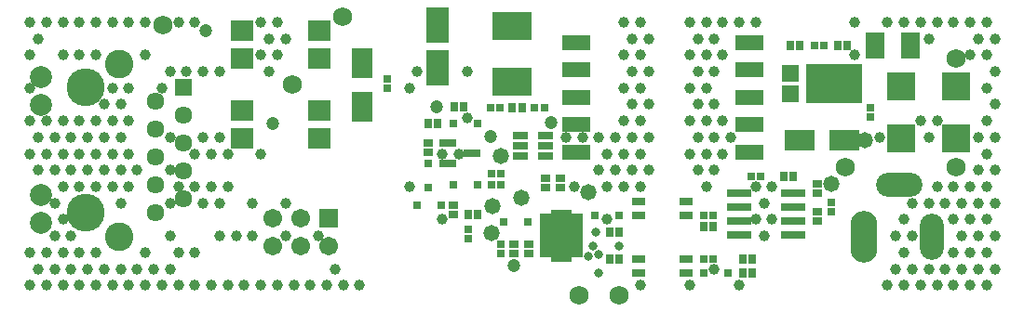
<source format=gts>
G04*
G04 #@! TF.GenerationSoftware,Altium Limited,Altium Designer,19.0.11 (319)*
G04*
G04 Layer_Color=8388736*
%FSLAX44Y44*%
%MOMM*%
G71*
G01*
G75*
%ADD38R,1.9032X2.7032*%
%ADD39R,2.1844X0.7366*%
%ADD40R,3.6322X2.6212*%
%ADD41R,2.0532X3.2032*%
%ADD42R,0.7632X0.8432*%
%ADD43R,0.8032X0.8032*%
%ADD44R,1.4224X0.7112*%
%ADD45R,0.7432X0.8032*%
%ADD46R,2.0032X1.8532*%
%ADD47R,0.8032X0.8032*%
%ADD48R,1.2532X0.6532*%
%ADD49R,0.8432X0.7632*%
%ADD50R,1.5240X0.7620*%
%ADD51R,1.0080X0.5032*%
%ADD52R,1.9532X4.7032*%
%ADD53R,0.8032X0.7432*%
%ADD54R,1.7032X2.4032*%
%ADD55R,2.5032X2.6532*%
%ADD56R,2.7032X1.9032*%
%ADD57R,2.6032X1.4232*%
%ADD58R,1.6032X1.5932*%
%ADD59R,5.0632X3.5632*%
%ADD60R,1.6112X1.6112*%
%ADD61C,1.6112*%
%ADD62C,2.6032*%
%ADD63C,3.4532*%
%ADD64C,2.0032*%
%ADD65C,1.7272*%
%ADD66R,1.7032X1.7032*%
%ADD67C,1.7032*%
%ADD68O,2.2032X4.2032*%
%ADD69O,4.2032X2.2032*%
%ADD70O,2.4532X4.7032*%
%ADD71C,1.0032*%
%ADD72C,1.2032*%
%ADD73C,0.8032*%
%ADD74C,1.4732*%
D38*
X767400Y892854D02*
D03*
Y852854D02*
D03*
D39*
X1159068Y773850D02*
D03*
Y761150D02*
D03*
Y748450D02*
D03*
Y735750D02*
D03*
X1109792D02*
D03*
Y748450D02*
D03*
Y761150D02*
D03*
Y773850D02*
D03*
D40*
X903512Y926790D02*
D03*
Y875990D02*
D03*
D41*
X835790Y888528D02*
D03*
Y927028D02*
D03*
D42*
Y837750D02*
D03*
X827090D02*
D03*
X912392Y851630D02*
D03*
X903692D02*
D03*
X872380Y754680D02*
D03*
X863680D02*
D03*
X1001080Y714160D02*
D03*
X992380D02*
D03*
X1001080Y738290D02*
D03*
X992380D02*
D03*
X1122270Y701460D02*
D03*
X1113570D02*
D03*
X1122270Y714160D02*
D03*
X1113570D02*
D03*
X1086200Y743370D02*
D03*
X1077500D02*
D03*
X1150400Y789090D02*
D03*
X1159100D02*
D03*
X1156750Y908470D02*
D03*
X1165450D02*
D03*
X850680Y852590D02*
D03*
X859380D02*
D03*
X1208630Y908470D02*
D03*
X1199930D02*
D03*
D43*
X827090Y801282D02*
D03*
Y779282D02*
D03*
D44*
X933770Y826428D02*
D03*
Y817030D02*
D03*
Y807632D02*
D03*
X910910Y826428D02*
D03*
Y817030D02*
D03*
Y807632D02*
D03*
D45*
X892582Y851630D02*
D03*
X883942D02*
D03*
X932712D02*
D03*
X924072D02*
D03*
X893640Y791630D02*
D03*
X885000D02*
D03*
Y781470D02*
D03*
X893640D02*
D03*
X1086140Y714160D02*
D03*
X1077500D02*
D03*
Y753530D02*
D03*
X1086140D02*
D03*
X1121220Y789090D02*
D03*
X1129860D02*
D03*
X1178370Y908470D02*
D03*
X1187010D02*
D03*
D46*
X728180Y922010D02*
D03*
Y897010D02*
D03*
X658180Y922010D02*
D03*
Y897010D02*
D03*
X728030Y824220D02*
D03*
Y849220D02*
D03*
X658030Y824220D02*
D03*
Y849220D02*
D03*
D47*
X839360Y763500D02*
D03*
X817360D02*
D03*
X872380Y837750D02*
D03*
X850380D02*
D03*
X871950Y781470D02*
D03*
X849950D02*
D03*
X918100Y747860D02*
D03*
X896100D02*
D03*
X979080Y753530D02*
D03*
X1001080D02*
D03*
X1077710Y701460D02*
D03*
X1099710D02*
D03*
D48*
X1062150Y714160D02*
D03*
Y701460D02*
D03*
X1018750Y714160D02*
D03*
Y701460D02*
D03*
X1062150Y766230D02*
D03*
Y753530D02*
D03*
X1018750Y766230D02*
D03*
Y753530D02*
D03*
D49*
X827090Y820110D02*
D03*
Y811410D02*
D03*
X918470Y727750D02*
D03*
Y719050D02*
D03*
X904760Y718700D02*
D03*
Y727400D02*
D03*
X849950Y754800D02*
D03*
Y763500D02*
D03*
X933770Y787820D02*
D03*
Y779120D02*
D03*
X947740D02*
D03*
Y787820D02*
D03*
X1181250Y782550D02*
D03*
Y773850D02*
D03*
X1181420Y757340D02*
D03*
Y748640D02*
D03*
D50*
X867222Y810680D02*
D03*
X845378Y820078D02*
D03*
Y801282D02*
D03*
D51*
X933932Y752860D02*
D03*
Y747860D02*
D03*
Y742860D02*
D03*
Y737860D02*
D03*
Y732860D02*
D03*
Y727860D02*
D03*
Y722860D02*
D03*
Y717860D02*
D03*
X962980D02*
D03*
Y722860D02*
D03*
Y727860D02*
D03*
Y732860D02*
D03*
Y737860D02*
D03*
Y742860D02*
D03*
Y747860D02*
D03*
Y752860D02*
D03*
D52*
X948456Y735360D02*
D03*
D53*
X893070Y718700D02*
D03*
Y727340D02*
D03*
X863695Y732700D02*
D03*
Y741340D02*
D03*
X1193950Y757340D02*
D03*
Y765980D02*
D03*
X1229680Y843190D02*
D03*
Y851830D02*
D03*
X790260Y878540D02*
D03*
Y869900D02*
D03*
D54*
X1266000Y908470D02*
D03*
X1234000D02*
D03*
D55*
X1257620Y871260D02*
D03*
Y823760D02*
D03*
X1307150Y871260D02*
D03*
Y823760D02*
D03*
D56*
X1165314Y822259D02*
D03*
X1205314D02*
D03*
D57*
X1119310Y911480D02*
D03*
Y886480D02*
D03*
Y861480D02*
D03*
Y836480D02*
D03*
Y811480D02*
D03*
X961710Y911480D02*
D03*
Y886480D02*
D03*
Y861480D02*
D03*
Y836480D02*
D03*
Y811480D02*
D03*
D58*
X1156670Y883380D02*
D03*
Y864980D02*
D03*
D59*
X1196490Y874180D02*
D03*
D60*
X604840Y870370D02*
D03*
D61*
Y844970D02*
D03*
Y819570D02*
D03*
X579440Y832270D02*
D03*
Y806870D02*
D03*
Y857670D02*
D03*
X604840Y794170D02*
D03*
Y768770D02*
D03*
X579440Y781470D02*
D03*
Y756070D02*
D03*
D62*
X546440Y891770D02*
D03*
Y734670D02*
D03*
D63*
X515940Y870370D02*
D03*
Y756070D02*
D03*
D64*
X475340Y879670D02*
D03*
Y772270D02*
D03*
Y746770D02*
D03*
Y854170D02*
D03*
D65*
X585790Y927520D02*
D03*
X703900Y873467D02*
D03*
X749620Y935140D02*
D03*
X964250Y681140D02*
D03*
X1001080D02*
D03*
X1206820Y797980D02*
D03*
X1307150D02*
D03*
Y897040D02*
D03*
D66*
X736920Y750990D02*
D03*
D67*
Y725590D02*
D03*
X711520Y750990D02*
D03*
Y725590D02*
D03*
X686120Y750990D02*
D03*
Y725590D02*
D03*
D68*
X1285560Y734480D02*
D03*
D69*
X1255560Y781480D02*
D03*
D70*
X1223560Y734480D02*
D03*
D71*
X1335000Y930000D02*
D03*
X1342500Y915000D02*
D03*
X1335000Y900000D02*
D03*
X1342500Y885000D02*
D03*
X1335000Y870000D02*
D03*
X1342500Y855000D02*
D03*
X1335000Y840000D02*
D03*
X1342500Y825000D02*
D03*
X1335000Y810000D02*
D03*
X1342500Y795000D02*
D03*
X1335000Y780000D02*
D03*
X1342500Y765000D02*
D03*
X1335000Y750000D02*
D03*
X1342500Y735000D02*
D03*
X1335000Y720000D02*
D03*
X1342500Y705000D02*
D03*
X1335000Y690000D02*
D03*
X1320000Y930000D02*
D03*
X1327500Y915000D02*
D03*
X1320000Y900000D02*
D03*
X1327500Y825000D02*
D03*
Y795000D02*
D03*
X1320000Y780000D02*
D03*
X1327500Y765000D02*
D03*
X1320000Y750000D02*
D03*
X1327500Y735000D02*
D03*
X1320000Y720000D02*
D03*
X1327500Y705000D02*
D03*
X1320000Y690000D02*
D03*
X1305000Y930000D02*
D03*
Y780000D02*
D03*
X1312500Y765000D02*
D03*
X1305000Y750000D02*
D03*
X1312500Y735000D02*
D03*
X1305000Y720000D02*
D03*
X1312500Y705000D02*
D03*
X1305000Y690000D02*
D03*
X1290000Y930000D02*
D03*
Y840000D02*
D03*
Y780000D02*
D03*
X1297500Y765000D02*
D03*
Y705000D02*
D03*
X1290000Y690000D02*
D03*
X1275000Y930000D02*
D03*
X1282500Y915000D02*
D03*
X1275000Y840000D02*
D03*
X1282500Y825000D02*
D03*
Y765000D02*
D03*
Y705000D02*
D03*
X1275000Y690000D02*
D03*
X1260000Y930000D02*
D03*
X1267500Y765000D02*
D03*
X1260000Y750000D02*
D03*
X1267500Y735000D02*
D03*
X1260000Y720000D02*
D03*
X1267500Y705000D02*
D03*
X1260000Y690000D02*
D03*
X1245000Y930000D02*
D03*
X1252500Y735000D02*
D03*
Y705000D02*
D03*
X1245000Y690000D02*
D03*
X1237500Y825000D02*
D03*
X1215000Y930000D02*
D03*
Y900000D02*
D03*
X1140000Y780000D02*
D03*
Y750000D02*
D03*
X1125000Y930000D02*
D03*
Y780000D02*
D03*
X1132500Y765000D02*
D03*
X1125000Y750000D02*
D03*
X1132500Y735000D02*
D03*
X1110000Y930000D02*
D03*
Y690000D02*
D03*
X1095000Y930000D02*
D03*
Y900000D02*
D03*
Y840000D02*
D03*
X1102500Y825000D02*
D03*
X1095000Y810000D02*
D03*
X1080000Y930000D02*
D03*
X1087500Y915000D02*
D03*
X1080000Y900000D02*
D03*
X1087500Y885000D02*
D03*
X1080000Y870000D02*
D03*
X1087500Y855000D02*
D03*
X1080000Y840000D02*
D03*
X1087500Y825000D02*
D03*
X1080000Y810000D02*
D03*
X1087500Y795000D02*
D03*
X1080000Y780000D02*
D03*
X1087500Y705000D02*
D03*
X1065000Y930000D02*
D03*
X1072500Y915000D02*
D03*
X1065000Y900000D02*
D03*
X1072500Y885000D02*
D03*
X1065000Y870000D02*
D03*
X1072500Y855000D02*
D03*
X1065000Y840000D02*
D03*
X1072500Y825000D02*
D03*
X1065000Y810000D02*
D03*
X1072500Y795000D02*
D03*
X1065000Y690000D02*
D03*
X862500Y842796D02*
D03*
X1020000Y930000D02*
D03*
X1027500Y915000D02*
D03*
X1020000Y900000D02*
D03*
X1027500Y885000D02*
D03*
X1020000Y870000D02*
D03*
X1027500Y855000D02*
D03*
X1020000Y840000D02*
D03*
X1027500Y825000D02*
D03*
X1020000Y810000D02*
D03*
X1027500Y795000D02*
D03*
X1020000Y780000D02*
D03*
Y690000D02*
D03*
X1005000Y930000D02*
D03*
X1012500Y915000D02*
D03*
X1005000Y900000D02*
D03*
X1012500Y885000D02*
D03*
X1005000Y870000D02*
D03*
X1012500Y855000D02*
D03*
X1005000Y840000D02*
D03*
X1012500Y825000D02*
D03*
X1005000Y810000D02*
D03*
X1012500Y795000D02*
D03*
X1005000Y780000D02*
D03*
X997500Y825000D02*
D03*
X990000Y810000D02*
D03*
X997500Y795000D02*
D03*
X990000Y780000D02*
D03*
Y750000D02*
D03*
X982500Y825000D02*
D03*
Y795000D02*
D03*
X967500Y825000D02*
D03*
X960000Y780000D02*
D03*
X952500Y825000D02*
D03*
X862500Y885000D02*
D03*
X855000Y810000D02*
D03*
X840000D02*
D03*
Y750000D02*
D03*
X817500Y885000D02*
D03*
X810000Y870000D02*
D03*
Y780000D02*
D03*
X765000Y690000D02*
D03*
X750000D02*
D03*
X742500Y705000D02*
D03*
X735000Y690000D02*
D03*
X727500Y735000D02*
D03*
X720000Y690000D02*
D03*
X705000D02*
D03*
X690000Y930000D02*
D03*
X697500Y915000D02*
D03*
X690000Y900000D02*
D03*
X697500Y765000D02*
D03*
Y735000D02*
D03*
X690000Y690000D02*
D03*
X675000Y930000D02*
D03*
X682500Y915000D02*
D03*
X675000Y900000D02*
D03*
X682500Y885000D02*
D03*
X675000Y810000D02*
D03*
Y690000D02*
D03*
X667500Y765000D02*
D03*
Y735000D02*
D03*
X660000Y690000D02*
D03*
X645000Y810000D02*
D03*
Y780000D02*
D03*
X652500Y735000D02*
D03*
X645000Y690000D02*
D03*
X637500Y885000D02*
D03*
Y825000D02*
D03*
X630000Y810000D02*
D03*
Y780000D02*
D03*
X637500Y765000D02*
D03*
Y735000D02*
D03*
X630000Y690000D02*
D03*
X615000Y930000D02*
D03*
X622500Y885000D02*
D03*
Y825000D02*
D03*
X615000Y810000D02*
D03*
Y780000D02*
D03*
X622500Y765000D02*
D03*
X615000Y720000D02*
D03*
Y690000D02*
D03*
X600000Y930000D02*
D03*
X607500Y885000D02*
D03*
X600000Y780000D02*
D03*
Y720000D02*
D03*
Y690000D02*
D03*
X592500Y885000D02*
D03*
X585000Y870000D02*
D03*
X592500Y825000D02*
D03*
Y795000D02*
D03*
Y765000D02*
D03*
Y735000D02*
D03*
Y705000D02*
D03*
X585000Y690000D02*
D03*
X570000Y930000D02*
D03*
Y900000D02*
D03*
Y720000D02*
D03*
X577500Y705000D02*
D03*
X570000Y690000D02*
D03*
X555000Y930000D02*
D03*
Y870000D02*
D03*
Y840000D02*
D03*
Y810000D02*
D03*
X562500Y795000D02*
D03*
X555000Y780000D02*
D03*
X562500Y705000D02*
D03*
X555000Y690000D02*
D03*
X540000Y930000D02*
D03*
Y870000D02*
D03*
X547500Y855000D02*
D03*
X540000Y840000D02*
D03*
X547500Y825000D02*
D03*
X540000Y810000D02*
D03*
X547500Y795000D02*
D03*
X540000Y780000D02*
D03*
X547500Y765000D02*
D03*
Y705000D02*
D03*
X540000Y690000D02*
D03*
X525000Y930000D02*
D03*
Y900000D02*
D03*
X532500Y855000D02*
D03*
X525000Y840000D02*
D03*
X532500Y825000D02*
D03*
X525000Y810000D02*
D03*
X532500Y795000D02*
D03*
X525000Y780000D02*
D03*
Y720000D02*
D03*
X532500Y705000D02*
D03*
X525000Y690000D02*
D03*
X510000Y930000D02*
D03*
Y900000D02*
D03*
Y840000D02*
D03*
X517500Y825000D02*
D03*
X510000Y810000D02*
D03*
X517500Y795000D02*
D03*
X510000Y780000D02*
D03*
Y720000D02*
D03*
X517500Y705000D02*
D03*
X510000Y690000D02*
D03*
X495000Y930000D02*
D03*
Y900000D02*
D03*
Y840000D02*
D03*
X502500Y825000D02*
D03*
X495000Y810000D02*
D03*
X502500Y795000D02*
D03*
X495000Y780000D02*
D03*
Y750000D02*
D03*
X502500Y735000D02*
D03*
X495000Y720000D02*
D03*
X502500Y705000D02*
D03*
X495000Y690000D02*
D03*
X480000Y930000D02*
D03*
Y840000D02*
D03*
X487500Y825000D02*
D03*
X480000Y810000D02*
D03*
X487500Y795000D02*
D03*
Y765000D02*
D03*
Y735000D02*
D03*
X480000Y720000D02*
D03*
X487500Y705000D02*
D03*
X480000Y690000D02*
D03*
X465000Y930000D02*
D03*
X472500Y915000D02*
D03*
X465000Y900000D02*
D03*
Y870000D02*
D03*
Y840000D02*
D03*
X472500Y825000D02*
D03*
X465000Y810000D02*
D03*
X472500Y795000D02*
D03*
X465000Y720000D02*
D03*
X472500Y705000D02*
D03*
X465000Y690000D02*
D03*
D72*
X625160Y922440D02*
D03*
X686120Y837350D02*
D03*
X938650Y838820D02*
D03*
X884240Y825920D02*
D03*
X834710Y852590D02*
D03*
X904760Y707810D02*
D03*
D73*
X973004Y716808D02*
D03*
X976950Y725590D02*
D03*
X982030Y701460D02*
D03*
Y717860D02*
D03*
X1001080Y725590D02*
D03*
X979490Y738290D02*
D03*
D74*
X885510Y762420D02*
D03*
X893070Y807632D02*
D03*
X912180Y770040D02*
D03*
X973140Y775120D02*
D03*
X884750Y737860D02*
D03*
X1193950Y782740D02*
D03*
X1224600Y822259D02*
D03*
M02*

</source>
